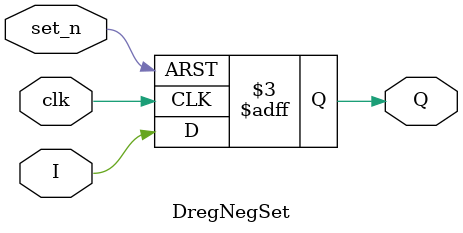
<source format=v>

module DregNegSet(
  input      clk,
  input      set_n,
  input      I,
  output reg Q
  );
begin
   always @(posedge clk or negedge set_n)
      if (!set_n)
         Q <= #1 1'b1;
      else
         Q <= #1 I;
end
endmodule // Dreg 

</source>
